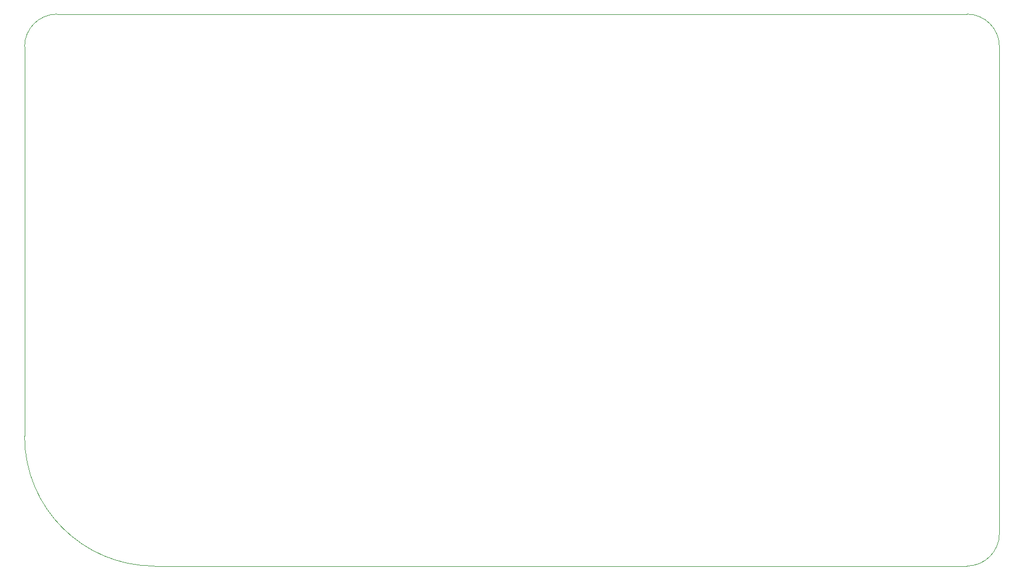
<source format=gbr>
%TF.GenerationSoftware,KiCad,Pcbnew,9.0.7*%
%TF.CreationDate,2026-02-11T23:35:25+11:00*%
%TF.ProjectId,detentOne,64657465-6e74-44f6-9e65-2e6b69636164,rev?*%
%TF.SameCoordinates,Original*%
%TF.FileFunction,Profile,NP*%
%FSLAX46Y46*%
G04 Gerber Fmt 4.6, Leading zero omitted, Abs format (unit mm)*
G04 Created by KiCad (PCBNEW 9.0.7) date 2026-02-11 23:35:25*
%MOMM*%
%LPD*%
G01*
G04 APERTURE LIST*
%TA.AperFunction,Profile*%
%ADD10C,0.050000*%
%TD*%
G04 APERTURE END LIST*
D10*
X229050000Y-51550000D02*
G75*
G02*
X234050000Y-56550000I0J-5000000D01*
G01*
X234050000Y-56550000D02*
X234050000Y-131550000D01*
X104050000Y-136550000D02*
G75*
G02*
X84050000Y-116550000I0J20000000D01*
G01*
X84050000Y-116550000D02*
X84050000Y-56550000D01*
X229050000Y-136550000D02*
X104050000Y-136550000D01*
X84050000Y-56550000D02*
G75*
G02*
X89050000Y-51550000I5000000J0D01*
G01*
X89050000Y-51550000D02*
X229050000Y-51550000D01*
X234050000Y-131550000D02*
G75*
G02*
X229050000Y-136550000I-5000000J0D01*
G01*
M02*

</source>
